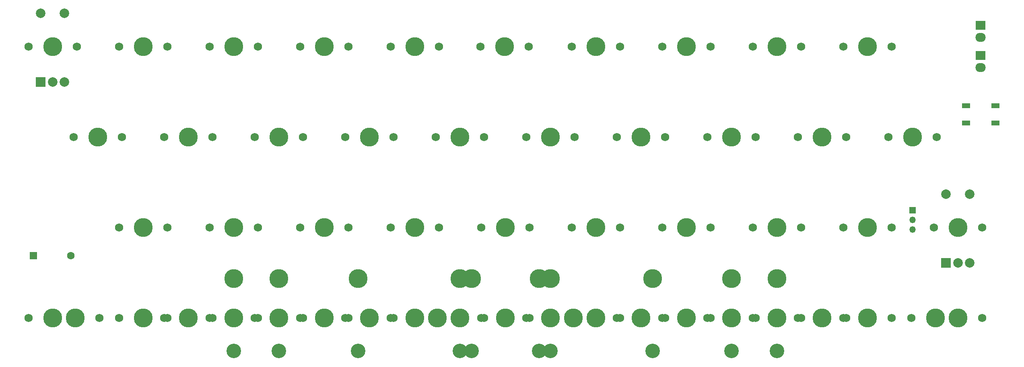
<source format=gbr>
%TF.GenerationSoftware,KiCad,Pcbnew,(6.0.7)*%
%TF.CreationDate,2023-01-04T12:42:10+01:00*%
%TF.ProjectId,Didaktik multilayout,44696461-6b74-4696-9b20-6d756c74696c,rev?*%
%TF.SameCoordinates,Original*%
%TF.FileFunction,Soldermask,Top*%
%TF.FilePolarity,Negative*%
%FSLAX46Y46*%
G04 Gerber Fmt 4.6, Leading zero omitted, Abs format (unit mm)*
G04 Created by KiCad (PCBNEW (6.0.7)) date 2023-01-04 12:42:10*
%MOMM*%
%LPD*%
G01*
G04 APERTURE LIST*
%ADD10C,1.750000*%
%ADD11C,3.987800*%
%ADD12C,3.048000*%
%ADD13O,2.159000X1.905000*%
%ADD14R,2.159000X1.905000*%
%ADD15R,1.600000X1.600000*%
%ADD16C,1.600000*%
%ADD17R,2.000000X2.000000*%
%ADD18C,2.000000*%
%ADD19R,1.800000X1.100000*%
%ADD20R,1.350000X1.350000*%
%ADD21O,1.350000X1.350000*%
G04 APERTURE END LIST*
D10*
%TO.C,SW33*%
X83820000Y-98425000D03*
X93980000Y-98425000D03*
D11*
X88900000Y-98425000D03*
%TD*%
%TO.C,SW15*%
X127000000Y-60325000D03*
D10*
X121920000Y-60325000D03*
X132080000Y-60325000D03*
%TD*%
D12*
%TO.C,SW36c1*%
X79375000Y-105410000D03*
X193675000Y-105410000D03*
D11*
X79375000Y-90170000D03*
D10*
X131445000Y-98425000D03*
D11*
X193675000Y-90170000D03*
X136525000Y-98425000D03*
D10*
X141605000Y-98425000D03*
%TD*%
D11*
%TO.C,SW7*%
X155575000Y-41275000D03*
D10*
X160655000Y-41275000D03*
X150495000Y-41275000D03*
%TD*%
%TO.C,SW27*%
X169545000Y-79375000D03*
X179705000Y-79375000D03*
D11*
X174625000Y-79375000D03*
%TD*%
D10*
%TO.C,SW34b1*%
X102870000Y-98425000D03*
D12*
X88900000Y-105410000D03*
D11*
X88900000Y-90170000D03*
X127000000Y-90170000D03*
X107950000Y-98425000D03*
D10*
X113030000Y-98425000D03*
D12*
X127000000Y-105410000D03*
%TD*%
D10*
%TO.C,SW14*%
X102870000Y-60325000D03*
D11*
X107950000Y-60325000D03*
D10*
X113030000Y-60325000D03*
%TD*%
D11*
%TO.C,SW33a1*%
X79375000Y-98425000D03*
D10*
X74295000Y-98425000D03*
X84455000Y-98425000D03*
%TD*%
%TO.C,SW9*%
X188595000Y-41275000D03*
X198755000Y-41275000D03*
D11*
X193675000Y-41275000D03*
%TD*%
D13*
%TO.C,D42*%
X236537500Y-45720000D03*
D14*
X236537500Y-43180000D03*
%TD*%
D10*
%TO.C,SW29*%
X217805000Y-79375000D03*
X207645000Y-79375000D03*
D11*
X212725000Y-79375000D03*
%TD*%
D10*
%TO.C,SW8*%
X179705000Y-41275000D03*
X169545000Y-41275000D03*
D11*
X174625000Y-41275000D03*
%TD*%
D12*
%TO.C,SW35b1*%
X105568750Y-105410000D03*
D11*
X105568750Y-90170000D03*
X129381250Y-90170000D03*
X117475000Y-98425000D03*
D10*
X122555000Y-98425000D03*
D12*
X129381250Y-105410000D03*
D10*
X112395000Y-98425000D03*
%TD*%
%TO.C,SW2*%
X55245000Y-41275000D03*
D11*
X60325000Y-41275000D03*
D10*
X65405000Y-41275000D03*
%TD*%
%TO.C,SW34*%
X113030000Y-98425000D03*
X102870000Y-98425000D03*
D11*
X107950000Y-98425000D03*
%TD*%
D10*
%TO.C,SW24*%
X112395000Y-79375000D03*
X122555000Y-79375000D03*
D11*
X117475000Y-79375000D03*
%TD*%
D10*
%TO.C,SW31*%
X40957500Y-98425000D03*
D11*
X46037500Y-98425000D03*
D10*
X51117500Y-98425000D03*
%TD*%
%TO.C,SW37a1*%
X169545000Y-98425000D03*
X179705000Y-98425000D03*
D11*
X174625000Y-98425000D03*
%TD*%
D10*
%TO.C,SW20*%
X227330000Y-60325000D03*
X217170000Y-60325000D03*
D11*
X222250000Y-60325000D03*
%TD*%
%TO.C,SW5*%
X117475000Y-41275000D03*
D10*
X112395000Y-41275000D03*
X122555000Y-41275000D03*
%TD*%
D15*
%TO.C,R5*%
X37248000Y-85344000D03*
D16*
X45048000Y-85344000D03*
%TD*%
D10*
%TO.C,SW40a1*%
X226695000Y-98425000D03*
X236855000Y-98425000D03*
D11*
X231775000Y-98425000D03*
%TD*%
D10*
%TO.C,SW35*%
X132080000Y-98425000D03*
D11*
X127000000Y-98425000D03*
D10*
X121920000Y-98425000D03*
%TD*%
%TO.C,SW31a1*%
X36195000Y-98425000D03*
D11*
X41275000Y-98425000D03*
D10*
X46355000Y-98425000D03*
%TD*%
%TO.C,SW38*%
X189230000Y-98425000D03*
D11*
X184150000Y-98425000D03*
D10*
X179070000Y-98425000D03*
%TD*%
D11*
%TO.C,SW12*%
X69850000Y-60325000D03*
D10*
X74930000Y-60325000D03*
X64770000Y-60325000D03*
%TD*%
%TO.C,SW22*%
X84455000Y-79375000D03*
X74295000Y-79375000D03*
D11*
X79375000Y-79375000D03*
%TD*%
%TO.C,SW36a1*%
X150812500Y-98425000D03*
D10*
X155892500Y-98425000D03*
X145732500Y-98425000D03*
%TD*%
D12*
%TO.C,SW36b1*%
X143668750Y-105410000D03*
D11*
X167481250Y-90170000D03*
X155575000Y-98425000D03*
X143668750Y-90170000D03*
D12*
X167481250Y-105410000D03*
D10*
X150495000Y-98425000D03*
X160655000Y-98425000D03*
%TD*%
D11*
%TO.C,SW10*%
X212725000Y-41275000D03*
D10*
X217805000Y-41275000D03*
X207645000Y-41275000D03*
%TD*%
D13*
%TO.C,D43*%
X236537500Y-39370000D03*
D14*
X236537500Y-36830000D03*
%TD*%
D12*
%TO.C,SW35c1*%
X184150000Y-105410000D03*
D11*
X88900000Y-90170000D03*
D12*
X88900000Y-105410000D03*
D11*
X136525000Y-98425000D03*
D10*
X141605000Y-98425000D03*
X131445000Y-98425000D03*
D11*
X184150000Y-90170000D03*
%TD*%
%TO.C,SW6*%
X136398000Y-41275000D03*
D10*
X131318000Y-41275000D03*
X141478000Y-41275000D03*
%TD*%
%TO.C,SW19*%
X198120000Y-60325000D03*
X208280000Y-60325000D03*
D11*
X203200000Y-60325000D03*
%TD*%
D10*
%TO.C,SW3*%
X74295000Y-41275000D03*
X84455000Y-41275000D03*
D11*
X79375000Y-41275000D03*
%TD*%
D10*
%TO.C,SW17*%
X160020000Y-60325000D03*
D11*
X165100000Y-60325000D03*
D10*
X170180000Y-60325000D03*
%TD*%
%TO.C,SW39*%
X208280000Y-98425000D03*
X198120000Y-98425000D03*
D11*
X203200000Y-98425000D03*
%TD*%
%TO.C,SW11*%
X50800000Y-60325000D03*
D10*
X45720000Y-60325000D03*
X55880000Y-60325000D03*
%TD*%
D11*
%TO.C,SW21*%
X60325000Y-79375000D03*
D10*
X65405000Y-79375000D03*
X55245000Y-79375000D03*
%TD*%
D11*
%TO.C,SW16*%
X146050000Y-60325000D03*
D10*
X151130000Y-60325000D03*
X140970000Y-60325000D03*
%TD*%
%TO.C,SW18*%
X179070000Y-60325000D03*
D11*
X184150000Y-60325000D03*
D10*
X189230000Y-60325000D03*
%TD*%
D17*
%TO.C,SW42*%
X229275000Y-86875000D03*
D18*
X234275000Y-86875000D03*
X231775000Y-86875000D03*
X234275000Y-72375000D03*
X229275000Y-72375000D03*
%TD*%
D11*
%TO.C,SW32a1*%
X60325000Y-98425000D03*
D10*
X65405000Y-98425000D03*
X55245000Y-98425000D03*
%TD*%
D12*
%TO.C,SW37b1*%
X184150000Y-105410000D03*
D11*
X146050000Y-90170000D03*
D10*
X160020000Y-98425000D03*
X170180000Y-98425000D03*
D11*
X165100000Y-98425000D03*
X184150000Y-90170000D03*
D12*
X146050000Y-105410000D03*
%TD*%
D10*
%TO.C,SW34a1*%
X93345000Y-98425000D03*
X103505000Y-98425000D03*
D11*
X98425000Y-98425000D03*
%TD*%
%TO.C,SW36*%
X146050000Y-98425000D03*
D10*
X140970000Y-98425000D03*
X151130000Y-98425000D03*
%TD*%
D11*
%TO.C,SW28*%
X193675000Y-79375000D03*
D10*
X188595000Y-79375000D03*
X198755000Y-79375000D03*
%TD*%
D11*
%TO.C,SW1*%
X41275000Y-41275000D03*
D10*
X36195000Y-41275000D03*
X46355000Y-41275000D03*
%TD*%
%TO.C,SW40*%
X232092500Y-98425000D03*
D11*
X227012500Y-98425000D03*
D10*
X221932500Y-98425000D03*
%TD*%
D19*
%TO.C,SW_Reset1*%
X239637500Y-57412500D03*
X233437500Y-53712500D03*
X239637500Y-53712500D03*
X233437500Y-57412500D03*
%TD*%
D11*
%TO.C,SW39a1*%
X212725000Y-98425000D03*
D10*
X207645000Y-98425000D03*
X217805000Y-98425000D03*
%TD*%
%TO.C,SW37*%
X170180000Y-98425000D03*
D11*
X165100000Y-98425000D03*
D10*
X160020000Y-98425000D03*
%TD*%
D11*
%TO.C,SW4*%
X98425000Y-41275000D03*
D10*
X93345000Y-41275000D03*
X103505000Y-41275000D03*
%TD*%
%TO.C,SW35a1*%
X117157500Y-98425000D03*
X127317500Y-98425000D03*
D11*
X122237500Y-98425000D03*
%TD*%
D10*
%TO.C,SW32*%
X74930000Y-98425000D03*
X64770000Y-98425000D03*
D11*
X69850000Y-98425000D03*
%TD*%
D10*
%TO.C,SW26*%
X160655000Y-79375000D03*
D11*
X155575000Y-79375000D03*
D10*
X150495000Y-79375000D03*
%TD*%
D11*
%TO.C,SW30*%
X231775000Y-79375000D03*
D10*
X226695000Y-79375000D03*
X236855000Y-79375000D03*
%TD*%
D11*
%TO.C,SW38a1*%
X193675000Y-98425000D03*
D10*
X198755000Y-98425000D03*
X188595000Y-98425000D03*
%TD*%
D11*
%TO.C,SW13*%
X88900000Y-60325000D03*
D10*
X83820000Y-60325000D03*
X93980000Y-60325000D03*
%TD*%
D17*
%TO.C,SW41*%
X38775000Y-48775000D03*
D18*
X43775000Y-48775000D03*
X41275000Y-48775000D03*
X43775000Y-34275000D03*
X38775000Y-34275000D03*
%TD*%
D10*
%TO.C,SW25*%
X131445000Y-79375000D03*
D11*
X136525000Y-79375000D03*
D10*
X141605000Y-79375000D03*
%TD*%
D11*
%TO.C,SW23*%
X98425000Y-79375000D03*
D10*
X103505000Y-79375000D03*
X93345000Y-79375000D03*
%TD*%
D20*
%TO.C,J3*%
X222250000Y-75787500D03*
D21*
X222250000Y-77787500D03*
X222250000Y-79787500D03*
%TD*%
M02*

</source>
